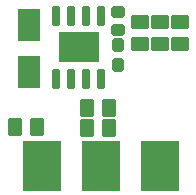
<source format=gbs>
G04*
G04 #@! TF.GenerationSoftware,Altium Limited,Altium Designer,20.0.7 (75)*
G04*
G04 Layer_Color=16711935*
%FSLAX44Y44*%
%MOMM*%
G71*
G01*
G75*
G04:AMPARAMS|DCode=15|XSize=1.0032mm|YSize=1.1032mm|CornerRadius=0.1616mm|HoleSize=0mm|Usage=FLASHONLY|Rotation=270.000|XOffset=0mm|YOffset=0mm|HoleType=Round|Shape=RoundedRectangle|*
%AMROUNDEDRECTD15*
21,1,1.0032,0.7800,0,0,270.0*
21,1,0.6800,1.1032,0,0,270.0*
1,1,0.3232,-0.3900,-0.3400*
1,1,0.3232,-0.3900,0.3400*
1,1,0.3232,0.3900,0.3400*
1,1,0.3232,0.3900,-0.3400*
%
%ADD15ROUNDEDRECTD15*%
%ADD18R,3.2032X4.2032*%
G04:AMPARAMS|DCode=29|XSize=1.1532mm|YSize=1.6032mm|CornerRadius=0.1729mm|HoleSize=0mm|Usage=FLASHONLY|Rotation=180.000|XOffset=0mm|YOffset=0mm|HoleType=Round|Shape=RoundedRectangle|*
%AMROUNDEDRECTD29*
21,1,1.1532,1.2575,0,0,180.0*
21,1,0.8075,1.6032,0,0,180.0*
1,1,0.3457,-0.4037,0.6288*
1,1,0.3457,0.4037,0.6288*
1,1,0.3457,0.4037,-0.6288*
1,1,0.3457,-0.4037,-0.6288*
%
%ADD29ROUNDEDRECTD29*%
G04:AMPARAMS|DCode=30|XSize=0.7366mm|YSize=1.7032mm|CornerRadius=0.1683mm|HoleSize=0mm|Usage=FLASHONLY|Rotation=180.000|XOffset=0mm|YOffset=0mm|HoleType=Round|Shape=RoundedRectangle|*
%AMROUNDEDRECTD30*
21,1,0.7366,1.3667,0,0,180.0*
21,1,0.4001,1.7032,0,0,180.0*
1,1,0.3366,-0.2000,0.6833*
1,1,0.3366,0.2000,0.6833*
1,1,0.3366,0.2000,-0.6833*
1,1,0.3366,-0.2000,-0.6833*
%
%ADD30ROUNDEDRECTD30*%
%ADD31R,3.4032X2.6032*%
%ADD32R,1.9032X2.7032*%
G04:AMPARAMS|DCode=33|XSize=1.1532mm|YSize=1.6032mm|CornerRadius=0.1729mm|HoleSize=0mm|Usage=FLASHONLY|Rotation=270.000|XOffset=0mm|YOffset=0mm|HoleType=Round|Shape=RoundedRectangle|*
%AMROUNDEDRECTD33*
21,1,1.1532,1.2575,0,0,270.0*
21,1,0.8075,1.6032,0,0,270.0*
1,1,0.3457,-0.6288,-0.4037*
1,1,0.3457,-0.6288,0.4037*
1,1,0.3457,0.6288,0.4037*
1,1,0.3457,0.6288,-0.4037*
%
%ADD33ROUNDEDRECTD33*%
G04:AMPARAMS|DCode=34|XSize=1.1032mm|YSize=1.0032mm|CornerRadius=0.1616mm|HoleSize=0mm|Usage=FLASHONLY|Rotation=90.000|XOffset=0mm|YOffset=0mm|HoleType=Round|Shape=RoundedRectangle|*
%AMROUNDEDRECTD34*
21,1,1.1032,0.6800,0,0,90.0*
21,1,0.7800,1.0032,0,0,90.0*
1,1,0.3232,0.3400,0.3900*
1,1,0.3232,0.3400,-0.3900*
1,1,0.3232,-0.3400,-0.3900*
1,1,0.3232,-0.3400,0.3900*
%
%ADD34ROUNDEDRECTD34*%
D15*
X95110Y134609D02*
D03*
Y149609D02*
D03*
D18*
X30110Y19609D02*
D03*
X80110D02*
D03*
X130110D02*
D03*
D29*
X68250Y51500D02*
D03*
X86750D02*
D03*
X68250Y68250D02*
D03*
X86750D02*
D03*
X26250Y52250D02*
D03*
X7750D02*
D03*
D30*
X67959Y92609D02*
D03*
X55259D02*
D03*
X42559D02*
D03*
X80659D02*
D03*
Y146609D02*
D03*
X67959D02*
D03*
X55259D02*
D03*
X42559D02*
D03*
D31*
X61610Y119609D02*
D03*
D32*
X19610Y138609D02*
D03*
Y98609D02*
D03*
D33*
X130610Y122359D02*
D03*
Y140859D02*
D03*
X113610Y122359D02*
D03*
Y140859D02*
D03*
X147610Y122359D02*
D03*
Y140859D02*
D03*
D34*
X95110Y121609D02*
D03*
Y104609D02*
D03*
M02*

</source>
